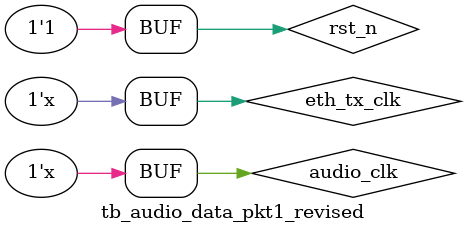
<source format=v>
`timescale 1ns/1ns

module tb_audio_data_pkt1_revised();
    reg               rst_n             ;
   
    reg               audio_clk         ;
    reg               audio_en          ;
    reg [15:0]        audio_data        ;
  
    reg               transfer_flag     ;
    
    reg               eth_tx_clk        ;
    reg               udp_tx_req        ;
    reg               udp_tx_done       ;
    wire              udp_tx_start_en   ;
    wire [31:0]       udp_tx_data       ;
    wire  [15:0]      udp_tx_byte_num   ; 


initial begin
    audio_clk = 1'b0;
    eth_tx_clk = 1'b0;
    rst_n <= 1'b0;
    #40;
    rst_n <= 1'b1;
end


always #10 audio_clk = ~audio_clk;
always #5  eth_tx_clk = ~eth_tx_clk;

always@(posedge audio_clk or negedge rst_n)
    if(~rst_n)
        transfer_flag <= 1'b0;
    else
        transfer_flag <= 1'b1;
        
    
reg [9:0] cnt;

always@(posedge audio_clk or negedge rst_n)
    if(~rst_n)
        cnt <= 10'd0;
    else 
        cnt <= cnt + 1'b1;
        
always@(posedge audio_clk or negedge rst_n)
    if(~rst_n) 
        audio_en <= 1'b0;
    else if(cnt == 1'b1)
        audio_en <= 1'b1;
    else
        audio_en <= audio_en;
      
always@(posedge audio_clk or negedge rst_n)
    if(~rst_n)
        audio_data <= 16'd0;
    else
        audio_data <= cnt ;
        
        
always@(posedge eth_tx_clk or negedge rst_n)
    if(~rst_n)
        udp_tx_req <= 1'b0;
    else
        udp_tx_req <= 1'b1;
        
always@(posedge eth_tx_clk or negedge rst_n)
    if(~rst_n)
        udp_tx_done <= 1'b0;
    else if(udp_tx_done %2048 == 0)
        udp_tx_done <= 1'b1;
    else
        udp_tx_done <= 1'b0;
      

audio_data_pkt1_revised audio_data_pkt1_revised_inst
(
    .rst_n           (rst_n           ),
  
    .audio_clk       (audio_clk       ),
    .audio_en        (audio_en        ),
    .audio_data      (audio_data      ),
   
    .transfer_flag   (transfer_flag   ),  //音频开始传输标志,1:开始传输 0:停止传输

    .eth_tx_clk      (eth_tx_clk      ),   //以太网发送时钟
    .udp_tx_req      (udp_tx_req      ),   //udp发送数据请求信号
    .udp_tx_done     (udp_tx_done     ),   //udp发送数据完成信号                               
    .udp_tx_start_en (udp_tx_start_en ),   //udp开始发送信号
    .udp_tx_data     (udp_tx_data     ),   //udp发送的数据
    .udp_tx_byte_num (udp_tx_byte_num )    //udp单包发送的有效字节数  
);       

endmodule
</source>
